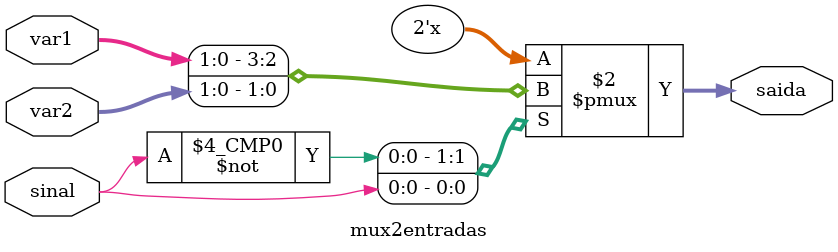
<source format=v>
module mux2entradas(var1, var2, sinal, saida);
input sinal;
input[1:0] var1, var2;
output reg[1:0] saida;

always @(*) begin
case(sinal)
1'b0: begin saida = var1; end
1'b1: begin saida = var2; end

endcase
end

endmodule 


</source>
